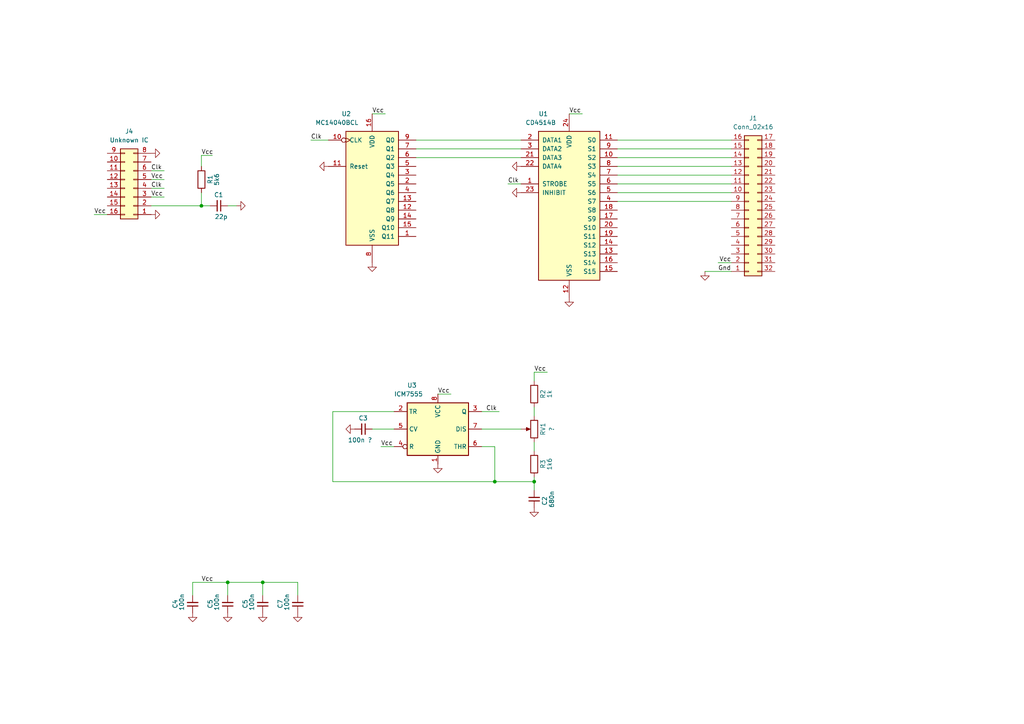
<source format=kicad_sch>
(kicad_sch (version 20230121) (generator eeschema)
  (paper "A4")
  (lib_symbols
    (symbol "4xxx:4040" (pin_names (offset 1.016))
      (property "Reference" "U" (at -7.62 16.51 0))
      (property "Value" "4040" (at -7.62 -19.05 0))
      (symbol "4040_1_0"
        (pin output line (at 12.7 -15.24 180) (length 5.08) (name "Q11") (number "1"))
        (pin input inverted_clock (at -12.7 12.7 0) (length 5.08) (name "CLK") (number "10"))
        (pin input line (at -12.7 5.08 0) (length 5.08) (name "Reset") (number "11"))
        (pin output line (at 12.7 -7.62 180) (length 5.08) (name "Q8") (number "12"))
        (pin output line (at 12.7 -5.08 180) (length 5.08) (name "Q7") (number "13"))
        (pin output line (at 12.7 -10.16 180) (length 5.08) (name "Q9") (number "14"))
        (pin output line (at 12.7 -12.7 180) (length 5.08) (name "Q10") (number "15"))
        (pin power_in line (at 0 20.32 270) (length 5.08) (name "VDD") (number "16"))
        (pin output line (at 12.7 0 180) (length 5.08) (name "Q5") (number "2"))
        (pin output line (at 12.7 2.54 180) (length 5.08) (name "Q4") (number "3"))
        (pin output line (at 12.7 -2.54 180) (length 5.08) (name "Q6") (number "4"))
        (pin output line (at 12.7 5.08 180) (length 5.08) (name "Q3") (number "5"))
        (pin output line (at 12.7 7.62 180) (length 5.08) (name "Q2") (number "6"))
        (pin output line (at 12.7 10.16 180) (length 5.08) (name "Q1") (number "7"))
        (pin power_in line (at 0 -22.86 90) (length 5.08) (name "VSS") (number "8"))
        (pin output line (at 12.7 12.7 180) (length 5.08) (name "Q0") (number "9"))
      )
      (symbol "4040_1_1"
        (rectangle (start -7.62 15.24) (end 7.62 -17.78) (stroke (width 0.254)) (fill (type background)))
      )
    )
    (symbol "Connector_Generic:Conn_02x08_Counter_Clockwise" (pin_names (offset 1.016) hide)
      (property "Reference" "J" (at 1.27 10.16 0))
      (property "Value" "Conn_02x08_Counter_Clockwise" (at 1.27 -12.7 0))
      (symbol "Conn_02x08_Counter_Clockwise_1_1"
        (rectangle (start -1.27 -10.033) (end 0 -10.287) (stroke (width 0.1524)))
        (rectangle (start -1.27 -7.493) (end 0 -7.747) (stroke (width 0.1524)))
        (rectangle (start -1.27 -4.953) (end 0 -5.207) (stroke (width 0.1524)))
        (rectangle (start -1.27 -2.413) (end 0 -2.667) (stroke (width 0.1524)))
        (rectangle (start -1.27 0.127) (end 0 -0.127) (stroke (width 0.1524)))
        (rectangle (start -1.27 2.667) (end 0 2.413) (stroke (width 0.1524)))
        (rectangle (start -1.27 5.207) (end 0 4.953) (stroke (width 0.1524)))
        (rectangle (start -1.27 7.747) (end 0 7.493) (stroke (width 0.1524)))
        (rectangle (start -1.27 8.89) (end 3.81 -11.43) (stroke (width 0.254)) (fill (type background)))
        (rectangle (start 3.81 -10.033) (end 2.54 -10.287) (stroke (width 0.1524)))
        (rectangle (start 3.81 -7.493) (end 2.54 -7.747) (stroke (width 0.1524)))
        (rectangle (start 3.81 -4.953) (end 2.54 -5.207) (stroke (width 0.1524)))
        (rectangle (start 3.81 -2.413) (end 2.54 -2.667) (stroke (width 0.1524)))
        (rectangle (start 3.81 0.127) (end 2.54 -0.127) (stroke (width 0.1524)))
        (rectangle (start 3.81 2.667) (end 2.54 2.413) (stroke (width 0.1524)))
        (rectangle (start 3.81 5.207) (end 2.54 4.953) (stroke (width 0.1524)))
        (rectangle (start 3.81 7.747) (end 2.54 7.493) (stroke (width 0.1524)))
        (pin passive line (at -5.08 7.62 0) (length 3.81) (name "Pin_1") (number "1"))
        (pin passive line (at 7.62 -7.62 180) (length 3.81) (name "Pin_10") (number "10"))
        (pin passive line (at 7.62 -5.08 180) (length 3.81) (name "Pin_11") (number "11"))
        (pin passive line (at 7.62 -2.54 180) (length 3.81) (name "Pin_12") (number "12"))
        (pin passive line (at 7.62 0 180) (length 3.81) (name "Pin_13") (number "13"))
        (pin passive line (at 7.62 2.54 180) (length 3.81) (name "Pin_14") (number "14"))
        (pin passive line (at 7.62 5.08 180) (length 3.81) (name "Pin_15") (number "15"))
        (pin passive line (at 7.62 7.62 180) (length 3.81) (name "Pin_16") (number "16"))
        (pin passive line (at -5.08 5.08 0) (length 3.81) (name "Pin_2") (number "2"))
        (pin passive line (at -5.08 2.54 0) (length 3.81) (name "Pin_3") (number "3"))
        (pin passive line (at -5.08 0 0) (length 3.81) (name "Pin_4") (number "4"))
        (pin passive line (at -5.08 -2.54 0) (length 3.81) (name "Pin_5") (number "5"))
        (pin passive line (at -5.08 -5.08 0) (length 3.81) (name "Pin_6") (number "6"))
        (pin passive line (at -5.08 -7.62 0) (length 3.81) (name "Pin_7") (number "7"))
        (pin passive line (at -5.08 -10.16 0) (length 3.81) (name "Pin_8") (number "8"))
        (pin passive line (at 7.62 -10.16 180) (length 3.81) (name "Pin_9") (number "9"))
      )
    )
    (symbol "Connector_Generic:Conn_02x16_Counter_Clockwise" (pin_names (offset 1.016) hide)
      (property "Reference" "J" (at 1.27 20.32 0))
      (property "Value" "Conn_02x16_Counter_Clockwise" (at 1.27 -22.86 0))
      (symbol "Conn_02x16_Counter_Clockwise_1_1"
        (rectangle (start -1.27 -20.193) (end 0 -20.447) (stroke (width 0.1524)))
        (rectangle (start -1.27 -17.653) (end 0 -17.907) (stroke (width 0.1524)))
        (rectangle (start -1.27 -15.113) (end 0 -15.367) (stroke (width 0.1524)))
        (rectangle (start -1.27 -12.573) (end 0 -12.827) (stroke (width 0.1524)))
        (rectangle (start -1.27 -10.033) (end 0 -10.287) (stroke (width 0.1524)))
        (rectangle (start -1.27 -7.493) (end 0 -7.747) (stroke (width 0.1524)))
        (rectangle (start -1.27 -4.953) (end 0 -5.207) (stroke (width 0.1524)))
        (rectangle (start -1.27 -2.413) (end 0 -2.667) (stroke (width 0.1524)))
        (rectangle (start -1.27 0.127) (end 0 -0.127) (stroke (width 0.1524)))
        (rectangle (start -1.27 2.667) (end 0 2.413) (stroke (width 0.1524)))
        (rectangle (start -1.27 5.207) (end 0 4.953) (stroke (width 0.1524)))
        (rectangle (start -1.27 7.747) (end 0 7.493) (stroke (width 0.1524)))
        (rectangle (start -1.27 10.287) (end 0 10.033) (stroke (width 0.1524)))
        (rectangle (start -1.27 12.827) (end 0 12.573) (stroke (width 0.1524)))
        (rectangle (start -1.27 15.367) (end 0 15.113) (stroke (width 0.1524)))
        (rectangle (start -1.27 17.907) (end 0 17.653) (stroke (width 0.1524)))
        (rectangle (start -1.27 19.05) (end 3.81 -21.59) (stroke (width 0.254)) (fill (type background)))
        (rectangle (start 3.81 -20.193) (end 2.54 -20.447) (stroke (width 0.1524)))
        (rectangle (start 3.81 -17.653) (end 2.54 -17.907) (stroke (width 0.1524)))
        (rectangle (start 3.81 -15.113) (end 2.54 -15.367) (stroke (width 0.1524)))
        (rectangle (start 3.81 -12.573) (end 2.54 -12.827) (stroke (width 0.1524)))
        (rectangle (start 3.81 -10.033) (end 2.54 -10.287) (stroke (width 0.1524)))
        (rectangle (start 3.81 -7.493) (end 2.54 -7.747) (stroke (width 0.1524)))
        (rectangle (start 3.81 -4.953) (end 2.54 -5.207) (stroke (width 0.1524)))
        (rectangle (start 3.81 -2.413) (end 2.54 -2.667) (stroke (width 0.1524)))
        (rectangle (start 3.81 0.127) (end 2.54 -0.127) (stroke (width 0.1524)))
        (rectangle (start 3.81 2.667) (end 2.54 2.413) (stroke (width 0.1524)))
        (rectangle (start 3.81 5.207) (end 2.54 4.953) (stroke (width 0.1524)))
        (rectangle (start 3.81 7.747) (end 2.54 7.493) (stroke (width 0.1524)))
        (rectangle (start 3.81 10.287) (end 2.54 10.033) (stroke (width 0.1524)))
        (rectangle (start 3.81 12.827) (end 2.54 12.573) (stroke (width 0.1524)))
        (rectangle (start 3.81 15.367) (end 2.54 15.113) (stroke (width 0.1524)))
        (rectangle (start 3.81 17.907) (end 2.54 17.653) (stroke (width 0.1524)))
        (pin passive line (at -5.08 17.78 0) (length 3.81) (name "Pin_1") (number "1"))
        (pin passive line (at -5.08 -5.08 0) (length 3.81) (name "Pin_10") (number "10"))
        (pin passive line (at -5.08 -7.62 0) (length 3.81) (name "Pin_11") (number "11"))
        (pin passive line (at -5.08 -10.16 0) (length 3.81) (name "Pin_12") (number "12"))
        (pin passive line (at -5.08 -12.7 0) (length 3.81) (name "Pin_13") (number "13"))
        (pin passive line (at -5.08 -15.24 0) (length 3.81) (name "Pin_14") (number "14"))
        (pin passive line (at -5.08 -17.78 0) (length 3.81) (name "Pin_15") (number "15"))
        (pin passive line (at -5.08 -20.32 0) (length 3.81) (name "Pin_16") (number "16"))
        (pin passive line (at 7.62 -20.32 180) (length 3.81) (name "Pin_17") (number "17"))
        (pin passive line (at 7.62 -17.78 180) (length 3.81) (name "Pin_18") (number "18"))
        (pin passive line (at 7.62 -15.24 180) (length 3.81) (name "Pin_19") (number "19"))
        (pin passive line (at -5.08 15.24 0) (length 3.81) (name "Pin_2") (number "2"))
        (pin passive line (at 7.62 -12.7 180) (length 3.81) (name "Pin_20") (number "20"))
        (pin passive line (at 7.62 -10.16 180) (length 3.81) (name "Pin_21") (number "21"))
        (pin passive line (at 7.62 -7.62 180) (length 3.81) (name "Pin_22") (number "22"))
        (pin passive line (at 7.62 -5.08 180) (length 3.81) (name "Pin_23") (number "23"))
        (pin passive line (at 7.62 -2.54 180) (length 3.81) (name "Pin_24") (number "24"))
        (pin passive line (at 7.62 0 180) (length 3.81) (name "Pin_25") (number "25"))
        (pin passive line (at 7.62 2.54 180) (length 3.81) (name "Pin_26") (number "26"))
        (pin passive line (at 7.62 5.08 180) (length 3.81) (name "Pin_27") (number "27"))
        (pin passive line (at 7.62 7.62 180) (length 3.81) (name "Pin_28") (number "28"))
        (pin passive line (at 7.62 10.16 180) (length 3.81) (name "Pin_29") (number "29"))
        (pin passive line (at -5.08 12.7 0) (length 3.81) (name "Pin_3") (number "3"))
        (pin passive line (at 7.62 12.7 180) (length 3.81) (name "Pin_30") (number "30"))
        (pin passive line (at 7.62 15.24 180) (length 3.81) (name "Pin_31") (number "31"))
        (pin passive line (at 7.62 17.78 180) (length 3.81) (name "Pin_32") (number "32"))
        (pin passive line (at -5.08 10.16 0) (length 3.81) (name "Pin_4") (number "4"))
        (pin passive line (at -5.08 7.62 0) (length 3.81) (name "Pin_5") (number "5"))
        (pin passive line (at -5.08 5.08 0) (length 3.81) (name "Pin_6") (number "6"))
        (pin passive line (at -5.08 2.54 0) (length 3.81) (name "Pin_7") (number "7"))
        (pin passive line (at -5.08 0 0) (length 3.81) (name "Pin_8") (number "8"))
        (pin passive line (at -5.08 -2.54 0) (length 3.81) (name "Pin_9") (number "9"))
      )
    )
    (symbol "Device:C_Small" (pin_numbers hide) (pin_names (offset 0.254) hide)
      (property "Reference" "C" (at 0.254 1.778 0))
      (property "Value" "C_Small" (at 0.254 -2.032 0))
      (symbol "C_Small_0_1"
        (polyline (pts (xy -1.524 -0.508) (xy 1.524 -0.508)) (stroke (width 0.3302)))
        (polyline (pts (xy -1.524 0.508) (xy 1.524 0.508)) (stroke (width 0.3048)))
      )
      (symbol "C_Small_1_1"
        (pin passive line (at 0 2.54 270) (length 2.032) (name "~") (number "1"))
        (pin passive line (at 0 -2.54 90) (length 2.032) (name "~") (number "2"))
      )
    )
    (symbol "Device:R" (pin_numbers hide) (pin_names (offset 0))
      (property "Reference" "R" (at 2.032 0 90))
      (property "Value" "R" (at 0 0 90))
      (symbol "R_0_1"
        (rectangle (start -1.016 -2.54) (end 1.016 2.54) (stroke (width 0.254)))
      )
      (symbol "R_1_1"
        (pin passive line (at 0 3.81 270) (length 1.27) (name "~") (number "1"))
        (pin passive line (at 0 -3.81 90) (length 1.27) (name "~") (number "2"))
      )
    )
    (symbol "Device:R_Potentiometer" (pin_numbers hide) (pin_names (offset 1.016) hide)
      (property "Reference" "RV" (at -4.445 0 90))
      (property "Value" "R_Potentiometer" (at -2.54 0 90))
      (symbol "R_Potentiometer_0_1"
        (polyline (pts (xy 2.54 0) (xy 1.524 0)))
        (polyline (pts (xy 1.143 0) (xy 2.286 0.508) (xy 2.286 -0.508) (xy 1.143 0)) (fill (type outline)))
        (rectangle (start 1.016 2.54) (end -1.016 -2.54) (stroke (width 0.254)))
      )
      (symbol "R_Potentiometer_1_1"
        (pin passive line (at 0 3.81 270) (length 1.27) (name "1") (number "1"))
        (pin passive line (at 3.81 0 180) (length 1.27) (name "2") (number "2"))
        (pin passive line (at 0 -3.81 90) (length 1.27) (name "3") (number "3"))
      )
    )
    (symbol "Timer:ICM7555xP"
      (property "Reference" "U" (at -10.16 8.89 0))
      (property "Value" "ICM7555xP" (at 2.54 8.89 0))
      (symbol "ICM7555xP_0_0"
        (pin power_in line (at 0 -10.16 90) (length 2.54) (name "GND") (number "1"))
        (pin power_in line (at 0 10.16 270) (length 2.54) (name "VCC") (number "8"))
      )
      (symbol "ICM7555xP_0_1"
        (rectangle (start -8.89 -7.62) (end 8.89 7.62) (stroke (width 0.254)) (fill (type background)))
        (rectangle (start -8.89 -7.62) (end 8.89 7.62) (stroke (width 0.254)) (fill (type background)))
      )
      (symbol "ICM7555xP_1_1"
        (pin input line (at -12.7 5.08 0) (length 3.81) (name "TR") (number "2"))
        (pin output line (at 12.7 5.08 180) (length 3.81) (name "Q") (number "3"))
        (pin input inverted (at -12.7 -5.08 0) (length 3.81) (name "R") (number "4"))
        (pin input line (at -12.7 0 0) (length 3.81) (name "CV") (number "5"))
        (pin input line (at 12.7 -5.08 180) (length 3.81) (name "THR") (number "6"))
        (pin input line (at 12.7 0 180) (length 3.81) (name "DIS") (number "7"))
      )
    )
    (symbol "kpole:CD4514B" (pin_names (offset 1.016))
      (property "Reference" "U" (at -8.89 21.59 0))
      (property "Value" "CD4514B" (at -7.62 -24.13 0))
      (symbol "CD4514B_1_0"
        (pin input line (at -13.97 5.08 0) (length 5.08) (name "STROBE") (number "1"))
        (pin output line (at 13.97 12.7 180) (length 5.08) (name "S2") (number "10"))
        (pin output line (at 13.97 17.78 180) (length 5.08) (name "S0") (number "11"))
        (pin power_in line (at 0 -27.94 90) (length 5.08) (name "VSS") (number "12"))
        (pin output line (at 13.97 -15.24 180) (length 5.08) (name "S13") (number "13"))
        (pin output line (at 13.97 -12.7 180) (length 5.08) (name "S12") (number "14"))
        (pin output line (at 13.97 -20.32 180) (length 5.08) (name "S15") (number "15"))
        (pin output line (at 13.97 -17.78 180) (length 5.08) (name "S14") (number "16"))
        (pin output line (at 13.97 -5.08 180) (length 5.08) (name "S9") (number "17"))
        (pin output line (at 13.97 -2.54 180) (length 5.08) (name "S8") (number "18"))
        (pin output line (at 13.97 -10.16 180) (length 5.08) (name "S11") (number "19"))
        (pin input line (at -13.97 17.78 0) (length 5.08) (name "DATA1") (number "2"))
        (pin output line (at 13.97 -7.62 180) (length 5.08) (name "S10") (number "20"))
        (pin input line (at -13.97 12.7 0) (length 5.08) (name "DATA3") (number "21"))
        (pin input line (at -13.97 10.16 0) (length 5.08) (name "DATA4") (number "22"))
        (pin input line (at -13.97 2.54 0) (length 5.08) (name "INHIBIT") (number "23"))
        (pin power_in line (at 0 25.4 270) (length 5.08) (name "VDD") (number "24"))
        (pin input line (at -13.97 15.24 0) (length 5.08) (name "DATA2") (number "3"))
        (pin output line (at 13.97 0 180) (length 5.08) (name "S7") (number "4"))
        (pin output line (at 13.97 2.54 180) (length 5.08) (name "S6") (number "5"))
        (pin output line (at 13.97 5.08 180) (length 5.08) (name "S5") (number "6"))
        (pin output line (at 13.97 7.62 180) (length 5.08) (name "S4") (number "7"))
        (pin output line (at 13.97 10.16 180) (length 5.08) (name "S3") (number "8"))
        (pin output line (at 13.97 15.24 180) (length 5.08) (name "S1") (number "9"))
      )
      (symbol "CD4514B_1_1"
        (rectangle (start -8.89 20.32) (end 8.89 -22.86) (stroke (width 0.254)) (fill (type background)))
      )
    )
    (symbol "power:GND" (power) (pin_names (offset 0))
      (property "Value" "GND" (at 0 -3.81 0))
      (symbol "GND_0_1"
        (polyline (pts (xy 0 0) (xy 0 -1.27) (xy 1.27 -1.27) (xy 0 -2.54) (xy -1.27 -1.27) (xy 0 -1.27)))
      )
      (symbol "GND_1_1"
        (pin power_in line (at 0 0 270) (length 0) hide (name "GND") (number "1"))
      )
    )
  )
  (junction (at 76.2 168.91))
  (junction (at 143.51 139.7))
  (junction (at 154.94 139.7))
  (junction (at 66.04 168.91))
  (junction (at 58.42 59.69))
  (wire (pts (xy 76.2 168.91) (xy 86.36 168.91)))
  (wire (pts (xy 212.09 76.2) (xy 208.28 76.2)))
  (wire (pts (xy 179.07 53.34) (xy 212.09 53.34)))
  (wire (pts (xy 86.36 168.91) (xy 86.36 172.72)))
  (wire (pts (xy 90.17 40.64) (xy 95.25 40.64)))
  (wire (pts (xy 120.65 40.64) (xy 151.13 40.64)))
  (wire (pts (xy 154.94 118.11) (xy 154.94 120.65)))
  (wire (pts (xy 58.42 55.88) (xy 58.42 59.69)))
  (wire (pts (xy 154.94 139.7) (xy 143.51 139.7)))
  (wire (pts (xy 43.815 59.69) (xy 58.42 59.69)))
  (wire (pts (xy 147.32 53.34) (xy 151.13 53.34)))
  (wire (pts (xy 96.52 139.7) (xy 143.51 139.7)))
  (wire (pts (xy 179.07 50.8) (xy 212.09 50.8)))
  (wire (pts (xy 154.94 138.43) (xy 154.94 139.7)))
  (wire (pts (xy 66.04 168.91) (xy 76.2 168.91)))
  (wire (pts (xy 139.7 124.46) (xy 151.13 124.46)))
  (wire (pts (xy 154.94 139.7) (xy 154.94 142.24)))
  (wire (pts (xy 43.815 52.07) (xy 47.625 52.07)))
  (wire (pts (xy 165.1 33.02) (xy 168.91 33.02)))
  (wire (pts (xy 58.42 45.085) (xy 61.595 45.085)))
  (wire (pts (xy 179.07 43.18) (xy 212.09 43.18)))
  (wire (pts (xy 154.94 110.49) (xy 154.94 107.95)))
  (wire (pts (xy 143.51 139.7) (xy 143.51 129.54)))
  (wire (pts (xy 43.815 57.15) (xy 47.625 57.15)))
  (wire (pts (xy 43.815 49.53) (xy 47.625 49.53)))
  (wire (pts (xy 154.94 107.95) (xy 158.75 107.95)))
  (wire (pts (xy 120.65 45.72) (xy 151.13 45.72)))
  (wire (pts (xy 66.04 59.69) (xy 68.58 59.69)))
  (wire (pts (xy 139.7 119.38) (xy 144.78 119.38)))
  (wire (pts (xy 107.95 33.02) (xy 111.76 33.02)))
  (wire (pts (xy 107.95 124.46) (xy 114.3 124.46)))
  (wire (pts (xy 179.07 45.72) (xy 212.09 45.72)))
  (wire (pts (xy 58.42 59.69) (xy 60.96 59.69)))
  (wire (pts (xy 120.65 43.18) (xy 151.13 43.18)))
  (wire (pts (xy 27.305 62.23) (xy 31.115 62.23)))
  (wire (pts (xy 179.07 40.64) (xy 212.09 40.64)))
  (wire (pts (xy 55.88 172.72) (xy 55.88 168.91)))
  (wire (pts (xy 58.42 48.26) (xy 58.42 45.085)))
  (wire (pts (xy 179.07 58.42) (xy 212.09 58.42)))
  (wire (pts (xy 143.51 129.54) (xy 139.7 129.54)))
  (wire (pts (xy 127 114.3) (xy 130.81 114.3)))
  (wire (pts (xy 212.09 78.74) (xy 204.47 78.74)))
  (wire (pts (xy 179.07 55.88) (xy 212.09 55.88)))
  (wire (pts (xy 66.04 168.91) (xy 66.04 172.72)))
  (wire (pts (xy 114.3 119.38) (xy 96.52 119.38)))
  (wire (pts (xy 110.49 129.54) (xy 114.3 129.54)))
  (wire (pts (xy 55.88 168.91) (xy 66.04 168.91)))
  (wire (pts (xy 179.07 48.26) (xy 212.09 48.26)))
  (wire (pts (xy 154.94 128.27) (xy 154.94 130.81)))
  (wire (pts (xy 43.815 54.61) (xy 47.625 54.61)))
  (wire (pts (xy 76.2 168.91) (xy 76.2 172.72)))
  (wire (pts (xy 96.52 119.38) (xy 96.52 139.7)))
  (label "Clk" (at 43.815 49.53 0))
  (label "Vcc" (at 58.42 168.91 0))
  (label "Vcc" (at 107.95 33.02 0))
  (label "Clk" (at 43.815 54.61 0))
  (label "Clk" (at 90.17 40.64 0))
  (label "Vcc" (at 43.815 57.15 0))
  (label "Gnd" (at 208.28 78.74 0))
  (label "Vcc" (at 58.42 45.085 0))
  (label "Vcc" (at 43.815 52.07 0))
  (label "Vcc" (at 212.09 76.2 180))
  (label "Vcc" (at 154.94 107.95 0))
  (label "Vcc" (at 127 114.3 0))
  (label "Vcc" (at 27.305 62.23 0))
  (label "Vcc" (at 165.1 33.02 0))
  (label "Vcc" (at 110.49 129.54 0))
  (label "Clk" (at 147.32 53.34 0))
  (label "Clk" (at 140.97 119.38 0))
  (symbol (lib_id "power:GND") (at 43.815 62.23 90) (unit 1)
    (property "Reference" "#PWR046" (effects hide))
    (property "Value" "GND" (effects hide))
  )
  (symbol (lib_id "power:GND") (at 107.95 76.2 0) (unit 1)
    (property "Reference" "#PWR05" (effects hide))
    (property "Value" "GND" (effects hide))
  )
  (symbol (lib_id "Device:C_Small") (at 105.41 124.46 270) (unit 1)
    (property "Reference" "C3" (at 106.68 121.285 90) (effects (justify right)))
    (property "Value" "100n ?" (at 107.95 127.635 90) (effects (justify right)))
  )
  (symbol (lib_id "Device:C_Small") (at 63.5 59.69 270) (unit 1)
    (property "Reference" "C1" (at 64.77 56.515 90) (effects (justify right)))
    (property "Value" "22p" (at 66.04 62.865 90) (effects (justify right)))
  )
  (symbol (lib_id "Device:R") (at 154.94 134.62 180) (unit 1)
    (property "Reference" "R3" (at 157.48 134.62 90))
    (property "Value" "1k6" (at 159.385 134.62 90))
  )
  (symbol (lib_id "Device:C_Small") (at 76.2 175.26 180) (unit 1)
    (property "Reference" "C5" (at 71.12 176.53 90) (effects (justify right)))
    (property "Value" "100n" (at 73.025 177.165 90) (effects (justify right)))
  )
  (symbol (lib_id "Device:R") (at 154.94 114.3 180) (unit 1)
    (property "Reference" "R2" (at 157.48 114.3 90))
    (property "Value" "1k" (at 159.385 114.3 90))
  )
  (symbol (lib_id "power:GND") (at 127 134.62 0) (unit 1)
    (property "Reference" "#PWR048" (effects hide))
    (property "Value" "GND" (effects hide))
  )
  (symbol (lib_id "power:GND") (at 86.36 177.8 0) (unit 1)
    (property "Reference" "#PWR059" (effects hide))
    (property "Value" "GND" (effects hide))
  )
  (symbol (lib_id "power:GND") (at 43.815 44.45 90) (unit 1)
    (property "Reference" "#PWR06" (effects hide))
    (property "Value" "GND" (effects hide))
  )
  (symbol (lib_id "Device:C_Small") (at 66.04 175.26 180) (unit 1)
    (property "Reference" "C5" (at 60.96 176.53 90) (effects (justify right)))
    (property "Value" "100n" (at 62.865 177.165 90) (effects (justify right)))
  )
  (symbol (lib_id "power:GND") (at 95.25 48.26 270) (unit 1)
    (property "Reference" "#PWR054" (effects hide))
    (property "Value" "GND" (effects hide))
  )
  (symbol (lib_id "power:GND") (at 68.58 59.69 90) (unit 1)
    (property "Reference" "#PWR055" (effects hide))
    (property "Value" "GND" (effects hide))
  )
  (symbol (lib_id "power:GND") (at 55.88 177.8 0) (unit 1)
    (property "Reference" "#PWR056" (effects hide))
    (property "Value" "GND" (effects hide))
  )
  (symbol (lib_id "power:GND") (at 165.1 86.36 0) (unit 1)
    (property "Reference" "#PWR04" (effects hide))
    (property "Value" "GND" (effects hide))
  )
  (symbol (lib_id "power:GND") (at 154.94 147.32 0) (unit 1)
    (property "Reference" "#PWR052" (effects hide))
    (property "Value" "GND" (effects hide))
  )
  (symbol (lib_id "Connector_Generic:Conn_02x16_Counter_Clockwise") (at 217.17 60.96 0) (mirror x) (unit 1)
    (property "Reference" "J1" (at 218.44 34.29 0))
    (property "Value" "Conn_02x16" (at 218.44 36.83 0))
  )
  (symbol (lib_id "power:GND") (at 151.13 48.26 270) (unit 1)
    (property "Reference" "#PWR047" (effects hide))
    (property "Value" "GND" (effects hide))
  )
  (symbol (lib_id "4xxx:4040") (at 107.95 53.34 0) (unit 1)
    (property "Reference" "U2" (at 99.06 33.02 0) (effects (justify left)))
    (property "Value" "MC14040BCL" (at 91.44 35.56 0) (effects (justify left)))
    (property "Datasheet" "http://www.intersil.com/content/dam/Intersil/documents/cd40/cd4020bms-24bms-40bms.pdf" (effects hide))
  )
  (symbol (lib_id "Connector_Generic:Conn_02x08_Counter_Clockwise") (at 38.735 54.61 180) (unit 1)
    (property "Reference" "J4" (at 37.465 38.1 0))
    (property "Value" "Unknown IC" (at 37.465 40.64 0))
  )
  (symbol (lib_id "power:GND") (at 66.04 177.8 0) (unit 1)
    (property "Reference" "#PWR057" (effects hide))
    (property "Value" "GND" (effects hide))
  )
  (symbol (lib_id "power:GND") (at 76.2 177.8 0) (unit 1)
    (property "Reference" "#PWR058" (effects hide))
    (property "Value" "GND" (effects hide))
  )
  (symbol (lib_id "power:GND") (at 151.13 55.88 270) (unit 1)
    (property "Reference" "#PWR07" (effects hide))
    (property "Value" "GND" (effects hide))
  )
  (symbol (lib_id "Device:R") (at 58.42 52.07 180) (unit 1)
    (property "Reference" "R1" (at 60.96 52.07 90))
    (property "Value" "5k6" (at 62.865 52.07 90))
  )
  (symbol (lib_id "Device:C_Small") (at 86.36 175.26 180) (unit 1)
    (property "Reference" "C7" (at 81.28 176.53 90) (effects (justify right)))
    (property "Value" "100n" (at 83.185 177.165 90) (effects (justify right)))
  )
  (symbol (lib_id "kpole:CD4514B") (at 165.1 58.42 0) (unit 1)
    (property "Reference" "U1" (at 156.21 33.02 0) (effects (justify left)))
    (property "Value" "CD4514B" (at 152.4 35.56 0) (effects (justify left)))
  )
  (symbol (lib_id "power:GND") (at 204.47 78.74 0) (unit 1)
    (property "Reference" "#PWR01" (effects hide))
    (property "Value" "GND" (effects hide))
  )
  (symbol (lib_id "power:GND") (at 102.87 124.46 270) (unit 1)
    (property "Reference" "#PWR053" (effects hide))
    (property "Value" "GND" (effects hide))
  )
  (symbol (lib_id "Timer:ICM7555xP") (at 127 124.46 0) (unit 1)
    (property "Reference" "U3" (at 118.11 111.76 0) (effects (justify left)))
    (property "Value" "ICM7555" (at 114.3 114.3 0) (effects (justify left)))
    (property "Footprint" "Package_DIP:DIP-8_W7.62mm" (effects hide))
    (property "Datasheet" "http://www.intersil.com/content/dam/Intersil/documents/icm7/icm7555-56.pdf" (effects hide))
  )
  (symbol (lib_id "Device:R_Potentiometer") (at 154.94 124.46 180) (unit 1)
    (property "Reference" "RV1" (at 157.48 124.46 90))
    (property "Value" "?" (at 160.02 124.46 90))
  )
  (symbol (lib_id "Device:C_Small") (at 55.88 175.26 180) (unit 1)
    (property "Reference" "C4" (at 50.8 176.53 90) (effects (justify right)))
    (property "Value" "100n" (at 52.705 177.165 90) (effects (justify right)))
  )
  (symbol (lib_id "Device:C_Small") (at 154.94 144.78 180) (unit 1)
    (property "Reference" "C2" (at 157.9625 146.6495 90) (effects (justify right)))
    (property "Value" "680n" (at 160.02 147.32 90) (effects (justify right)))
  )
)
</source>
